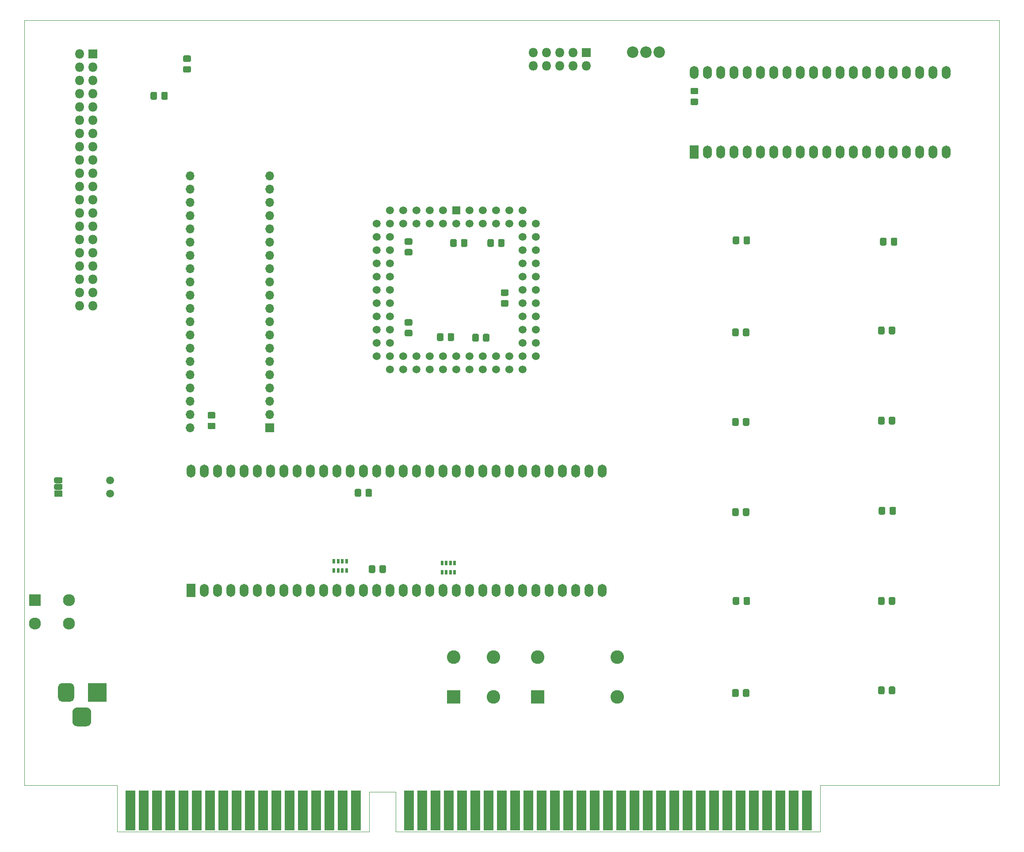
<source format=gbr>
%TF.GenerationSoftware,KiCad,Pcbnew,5.1.6-c6e7f7d~86~ubuntu18.04.1*%
%TF.CreationDate,2021-01-31T21:38:44+08:00*%
%TF.ProjectId,68k_dev,36386b5f-6465-4762-9e6b-696361645f70,rev?*%
%TF.SameCoordinates,Original*%
%TF.FileFunction,Soldermask,Bot*%
%TF.FilePolarity,Negative*%
%FSLAX46Y46*%
G04 Gerber Fmt 4.6, Leading zero omitted, Abs format (unit mm)*
G04 Created by KiCad (PCBNEW 5.1.6-c6e7f7d~86~ubuntu18.04.1) date 2021-01-31 21:38:44*
%MOMM*%
%LPD*%
G01*
G04 APERTURE LIST*
%TA.AperFunction,Profile*%
%ADD10C,0.050000*%
%TD*%
%ADD11O,1.700000X2.500000*%
%ADD12R,1.700000X2.500000*%
%ADD13C,2.300000*%
%ADD14R,2.300000X2.300000*%
%ADD15R,0.600000X0.900000*%
%ADD16R,0.500000X0.900000*%
%ADD17C,2.200000*%
%ADD18R,1.880000X7.720000*%
%ADD19R,3.600000X3.600000*%
%ADD20C,1.500000*%
%ADD21R,1.700000X1.700000*%
%ADD22O,1.700000X1.700000*%
%ADD23R,2.600000X2.600000*%
%ADD24C,2.600000*%
%ADD25R,1.600000X1.150000*%
%ADD26C,1.522400*%
%ADD27R,1.522400X1.522400*%
%ADD28R,1.800000X1.800000*%
%ADD29O,1.800000X1.800000*%
G04 APERTURE END LIST*
D10*
X34163000Y-159512000D02*
X16383000Y-159512000D01*
X34163000Y-168402000D02*
X34163000Y-159512000D01*
X82423000Y-168402000D02*
X34163000Y-168402000D01*
X82423000Y-160782000D02*
X82423000Y-168402000D01*
X87503000Y-160782000D02*
X82423000Y-160782000D01*
X87503000Y-168402000D02*
X87503000Y-160782000D01*
X168783000Y-168402000D02*
X87503000Y-168402000D01*
X168783000Y-159512000D02*
X168783000Y-168402000D01*
X170053000Y-159512000D02*
X168783000Y-159512000D01*
X16383000Y-13000000D02*
X16383000Y-159512000D01*
X203073000Y-13000000D02*
X16383000Y-13000000D01*
X203073000Y-159512000D02*
X203073000Y-13000000D01*
X170053000Y-159512000D02*
X203073000Y-159512000D01*
D11*
%TO.C,U1*%
X48260000Y-99314000D03*
X127000000Y-122174000D03*
X50800000Y-99314000D03*
X124460000Y-122174000D03*
X53340000Y-99314000D03*
X121920000Y-122174000D03*
X55880000Y-99314000D03*
X119380000Y-122174000D03*
X58420000Y-99314000D03*
X116840000Y-122174000D03*
X60960000Y-99314000D03*
X114300000Y-122174000D03*
X63500000Y-99314000D03*
X111760000Y-122174000D03*
X66040000Y-99314000D03*
X109220000Y-122174000D03*
X68580000Y-99314000D03*
X106680000Y-122174000D03*
X71120000Y-99314000D03*
X104140000Y-122174000D03*
X73660000Y-99314000D03*
X101600000Y-122174000D03*
X76200000Y-99314000D03*
X99060000Y-122174000D03*
X78740000Y-99314000D03*
X96520000Y-122174000D03*
X81280000Y-99314000D03*
X93980000Y-122174000D03*
X83820000Y-99314000D03*
X91440000Y-122174000D03*
X86360000Y-99314000D03*
X88900000Y-122174000D03*
X88900000Y-99314000D03*
X86360000Y-122174000D03*
X91440000Y-99314000D03*
X83820000Y-122174000D03*
X93980000Y-99314000D03*
X81280000Y-122174000D03*
X96520000Y-99314000D03*
X78740000Y-122174000D03*
X99060000Y-99314000D03*
X76200000Y-122174000D03*
X101600000Y-99314000D03*
X73660000Y-122174000D03*
X104140000Y-99314000D03*
X71120000Y-122174000D03*
X106680000Y-99314000D03*
X68580000Y-122174000D03*
X109220000Y-99314000D03*
X66040000Y-122174000D03*
X111760000Y-99314000D03*
X63500000Y-122174000D03*
X114300000Y-99314000D03*
X60960000Y-122174000D03*
X116840000Y-99314000D03*
X58420000Y-122174000D03*
X119380000Y-99314000D03*
X55880000Y-122174000D03*
X121920000Y-99314000D03*
X53340000Y-122174000D03*
X124460000Y-99314000D03*
X50800000Y-122174000D03*
X127000000Y-99314000D03*
D12*
X48260000Y-122174000D03*
%TD*%
%TO.C,C27*%
G36*
G01*
X181883000Y-72868262D02*
X181883000Y-71911738D01*
G75*
G02*
X182154738Y-71640000I271738J0D01*
G01*
X182861262Y-71640000D01*
G75*
G02*
X183133000Y-71911738I0J-271738D01*
G01*
X183133000Y-72868262D01*
G75*
G02*
X182861262Y-73140000I-271738J0D01*
G01*
X182154738Y-73140000D01*
G75*
G02*
X181883000Y-72868262I0J271738D01*
G01*
G37*
G36*
G01*
X179833000Y-72868262D02*
X179833000Y-71911738D01*
G75*
G02*
X180104738Y-71640000I271738J0D01*
G01*
X180811262Y-71640000D01*
G75*
G02*
X181083000Y-71911738I0J-271738D01*
G01*
X181083000Y-72868262D01*
G75*
G02*
X180811262Y-73140000I-271738J0D01*
G01*
X180104738Y-73140000D01*
G75*
G02*
X179833000Y-72868262I0J271738D01*
G01*
G37*
%TD*%
%TO.C,C26*%
G36*
G01*
X154070000Y-55596262D02*
X154070000Y-54639738D01*
G75*
G02*
X154341738Y-54368000I271738J0D01*
G01*
X155048262Y-54368000D01*
G75*
G02*
X155320000Y-54639738I0J-271738D01*
G01*
X155320000Y-55596262D01*
G75*
G02*
X155048262Y-55868000I-271738J0D01*
G01*
X154341738Y-55868000D01*
G75*
G02*
X154070000Y-55596262I0J271738D01*
G01*
G37*
G36*
G01*
X152020000Y-55596262D02*
X152020000Y-54639738D01*
G75*
G02*
X152291738Y-54368000I271738J0D01*
G01*
X152998262Y-54368000D01*
G75*
G02*
X153270000Y-54639738I0J-271738D01*
G01*
X153270000Y-55596262D01*
G75*
G02*
X152998262Y-55868000I-271738J0D01*
G01*
X152291738Y-55868000D01*
G75*
G02*
X152020000Y-55596262I0J271738D01*
G01*
G37*
%TD*%
%TO.C,C25*%
G36*
G01*
X153943000Y-90394262D02*
X153943000Y-89437738D01*
G75*
G02*
X154214738Y-89166000I271738J0D01*
G01*
X154921262Y-89166000D01*
G75*
G02*
X155193000Y-89437738I0J-271738D01*
G01*
X155193000Y-90394262D01*
G75*
G02*
X154921262Y-90666000I-271738J0D01*
G01*
X154214738Y-90666000D01*
G75*
G02*
X153943000Y-90394262I0J271738D01*
G01*
G37*
G36*
G01*
X151893000Y-90394262D02*
X151893000Y-89437738D01*
G75*
G02*
X152164738Y-89166000I271738J0D01*
G01*
X152871262Y-89166000D01*
G75*
G02*
X153143000Y-89437738I0J-271738D01*
G01*
X153143000Y-90394262D01*
G75*
G02*
X152871262Y-90666000I-271738J0D01*
G01*
X152164738Y-90666000D01*
G75*
G02*
X151893000Y-90394262I0J271738D01*
G01*
G37*
%TD*%
%TO.C,C24*%
G36*
G01*
X153943000Y-73249262D02*
X153943000Y-72292738D01*
G75*
G02*
X154214738Y-72021000I271738J0D01*
G01*
X154921262Y-72021000D01*
G75*
G02*
X155193000Y-72292738I0J-271738D01*
G01*
X155193000Y-73249262D01*
G75*
G02*
X154921262Y-73521000I-271738J0D01*
G01*
X154214738Y-73521000D01*
G75*
G02*
X153943000Y-73249262I0J271738D01*
G01*
G37*
G36*
G01*
X151893000Y-73249262D02*
X151893000Y-72292738D01*
G75*
G02*
X152164738Y-72021000I271738J0D01*
G01*
X152871262Y-72021000D01*
G75*
G02*
X153143000Y-72292738I0J-271738D01*
G01*
X153143000Y-73249262D01*
G75*
G02*
X152871262Y-73521000I-271738J0D01*
G01*
X152164738Y-73521000D01*
G75*
G02*
X151893000Y-73249262I0J271738D01*
G01*
G37*
%TD*%
D13*
%TO.C,S1*%
X18415000Y-128579000D03*
X24915000Y-128579000D03*
X24915000Y-124079000D03*
D14*
X18415000Y-124079000D03*
%TD*%
D15*
%TO.C,RN8*%
X75635000Y-116575000D03*
D16*
X76435000Y-116575000D03*
D15*
X78035000Y-116575000D03*
D16*
X77235000Y-116575000D03*
D15*
X75635000Y-118375000D03*
D16*
X77235000Y-118375000D03*
X76435000Y-118375000D03*
D15*
X78035000Y-118375000D03*
%TD*%
%TO.C,C23*%
G36*
G01*
X42564000Y-27910262D02*
X42564000Y-26953738D01*
G75*
G02*
X42835738Y-26682000I271738J0D01*
G01*
X43542262Y-26682000D01*
G75*
G02*
X43814000Y-26953738I0J-271738D01*
G01*
X43814000Y-27910262D01*
G75*
G02*
X43542262Y-28182000I-271738J0D01*
G01*
X42835738Y-28182000D01*
G75*
G02*
X42564000Y-27910262I0J271738D01*
G01*
G37*
G36*
G01*
X40514000Y-27910262D02*
X40514000Y-26953738D01*
G75*
G02*
X40785738Y-26682000I271738J0D01*
G01*
X41492262Y-26682000D01*
G75*
G02*
X41764000Y-26953738I0J-271738D01*
G01*
X41764000Y-27910262D01*
G75*
G02*
X41492262Y-28182000I-271738J0D01*
G01*
X40785738Y-28182000D01*
G75*
G02*
X40514000Y-27910262I0J271738D01*
G01*
G37*
%TD*%
%TO.C,C22*%
G36*
G01*
X52675262Y-89262000D02*
X51718738Y-89262000D01*
G75*
G02*
X51447000Y-88990262I0J271738D01*
G01*
X51447000Y-88283738D01*
G75*
G02*
X51718738Y-88012000I271738J0D01*
G01*
X52675262Y-88012000D01*
G75*
G02*
X52947000Y-88283738I0J-271738D01*
G01*
X52947000Y-88990262D01*
G75*
G02*
X52675262Y-89262000I-271738J0D01*
G01*
G37*
G36*
G01*
X52675262Y-91312000D02*
X51718738Y-91312000D01*
G75*
G02*
X51447000Y-91040262I0J271738D01*
G01*
X51447000Y-90333738D01*
G75*
G02*
X51718738Y-90062000I271738J0D01*
G01*
X52675262Y-90062000D01*
G75*
G02*
X52947000Y-90333738I0J-271738D01*
G01*
X52947000Y-91040262D01*
G75*
G02*
X52675262Y-91312000I-271738J0D01*
G01*
G37*
%TD*%
%TO.C,C21*%
G36*
G01*
X182010000Y-107412262D02*
X182010000Y-106455738D01*
G75*
G02*
X182281738Y-106184000I271738J0D01*
G01*
X182988262Y-106184000D01*
G75*
G02*
X183260000Y-106455738I0J-271738D01*
G01*
X183260000Y-107412262D01*
G75*
G02*
X182988262Y-107684000I-271738J0D01*
G01*
X182281738Y-107684000D01*
G75*
G02*
X182010000Y-107412262I0J271738D01*
G01*
G37*
G36*
G01*
X179960000Y-107412262D02*
X179960000Y-106455738D01*
G75*
G02*
X180231738Y-106184000I271738J0D01*
G01*
X180938262Y-106184000D01*
G75*
G02*
X181210000Y-106455738I0J-271738D01*
G01*
X181210000Y-107412262D01*
G75*
G02*
X180938262Y-107684000I-271738J0D01*
G01*
X180231738Y-107684000D01*
G75*
G02*
X179960000Y-107412262I0J271738D01*
G01*
G37*
%TD*%
%TO.C,C20*%
G36*
G01*
X153943000Y-107666262D02*
X153943000Y-106709738D01*
G75*
G02*
X154214738Y-106438000I271738J0D01*
G01*
X154921262Y-106438000D01*
G75*
G02*
X155193000Y-106709738I0J-271738D01*
G01*
X155193000Y-107666262D01*
G75*
G02*
X154921262Y-107938000I-271738J0D01*
G01*
X154214738Y-107938000D01*
G75*
G02*
X153943000Y-107666262I0J271738D01*
G01*
G37*
G36*
G01*
X151893000Y-107666262D02*
X151893000Y-106709738D01*
G75*
G02*
X152164738Y-106438000I271738J0D01*
G01*
X152871262Y-106438000D01*
G75*
G02*
X153143000Y-106709738I0J-271738D01*
G01*
X153143000Y-107666262D01*
G75*
G02*
X152871262Y-107938000I-271738J0D01*
G01*
X152164738Y-107938000D01*
G75*
G02*
X151893000Y-107666262I0J271738D01*
G01*
G37*
%TD*%
%TO.C,C19*%
G36*
G01*
X181883000Y-124684262D02*
X181883000Y-123727738D01*
G75*
G02*
X182154738Y-123456000I271738J0D01*
G01*
X182861262Y-123456000D01*
G75*
G02*
X183133000Y-123727738I0J-271738D01*
G01*
X183133000Y-124684262D01*
G75*
G02*
X182861262Y-124956000I-271738J0D01*
G01*
X182154738Y-124956000D01*
G75*
G02*
X181883000Y-124684262I0J271738D01*
G01*
G37*
G36*
G01*
X179833000Y-124684262D02*
X179833000Y-123727738D01*
G75*
G02*
X180104738Y-123456000I271738J0D01*
G01*
X180811262Y-123456000D01*
G75*
G02*
X181083000Y-123727738I0J-271738D01*
G01*
X181083000Y-124684262D01*
G75*
G02*
X180811262Y-124956000I-271738J0D01*
G01*
X180104738Y-124956000D01*
G75*
G02*
X179833000Y-124684262I0J271738D01*
G01*
G37*
%TD*%
%TO.C,C18*%
G36*
G01*
X154070000Y-124684262D02*
X154070000Y-123727738D01*
G75*
G02*
X154341738Y-123456000I271738J0D01*
G01*
X155048262Y-123456000D01*
G75*
G02*
X155320000Y-123727738I0J-271738D01*
G01*
X155320000Y-124684262D01*
G75*
G02*
X155048262Y-124956000I-271738J0D01*
G01*
X154341738Y-124956000D01*
G75*
G02*
X154070000Y-124684262I0J271738D01*
G01*
G37*
G36*
G01*
X152020000Y-124684262D02*
X152020000Y-123727738D01*
G75*
G02*
X152291738Y-123456000I271738J0D01*
G01*
X152998262Y-123456000D01*
G75*
G02*
X153270000Y-123727738I0J-271738D01*
G01*
X153270000Y-124684262D01*
G75*
G02*
X152998262Y-124956000I-271738J0D01*
G01*
X152291738Y-124956000D01*
G75*
G02*
X152020000Y-124684262I0J271738D01*
G01*
G37*
%TD*%
%TO.C,C17*%
G36*
G01*
X181883000Y-141829262D02*
X181883000Y-140872738D01*
G75*
G02*
X182154738Y-140601000I271738J0D01*
G01*
X182861262Y-140601000D01*
G75*
G02*
X183133000Y-140872738I0J-271738D01*
G01*
X183133000Y-141829262D01*
G75*
G02*
X182861262Y-142101000I-271738J0D01*
G01*
X182154738Y-142101000D01*
G75*
G02*
X181883000Y-141829262I0J271738D01*
G01*
G37*
G36*
G01*
X179833000Y-141829262D02*
X179833000Y-140872738D01*
G75*
G02*
X180104738Y-140601000I271738J0D01*
G01*
X180811262Y-140601000D01*
G75*
G02*
X181083000Y-140872738I0J-271738D01*
G01*
X181083000Y-141829262D01*
G75*
G02*
X180811262Y-142101000I-271738J0D01*
G01*
X180104738Y-142101000D01*
G75*
G02*
X179833000Y-141829262I0J271738D01*
G01*
G37*
%TD*%
%TO.C,C16*%
G36*
G01*
X153934000Y-142337262D02*
X153934000Y-141380738D01*
G75*
G02*
X154205738Y-141109000I271738J0D01*
G01*
X154912262Y-141109000D01*
G75*
G02*
X155184000Y-141380738I0J-271738D01*
G01*
X155184000Y-142337262D01*
G75*
G02*
X154912262Y-142609000I-271738J0D01*
G01*
X154205738Y-142609000D01*
G75*
G02*
X153934000Y-142337262I0J271738D01*
G01*
G37*
G36*
G01*
X151884000Y-142337262D02*
X151884000Y-141380738D01*
G75*
G02*
X152155738Y-141109000I271738J0D01*
G01*
X152862262Y-141109000D01*
G75*
G02*
X153134000Y-141380738I0J-271738D01*
G01*
X153134000Y-142337262D01*
G75*
G02*
X152862262Y-142609000I-271738J0D01*
G01*
X152155738Y-142609000D01*
G75*
G02*
X151884000Y-142337262I0J271738D01*
G01*
G37*
%TD*%
%TO.C,C15*%
G36*
G01*
X181883000Y-90140262D02*
X181883000Y-89183738D01*
G75*
G02*
X182154738Y-88912000I271738J0D01*
G01*
X182861262Y-88912000D01*
G75*
G02*
X183133000Y-89183738I0J-271738D01*
G01*
X183133000Y-90140262D01*
G75*
G02*
X182861262Y-90412000I-271738J0D01*
G01*
X182154738Y-90412000D01*
G75*
G02*
X181883000Y-90140262I0J271738D01*
G01*
G37*
G36*
G01*
X179833000Y-90140262D02*
X179833000Y-89183738D01*
G75*
G02*
X180104738Y-88912000I271738J0D01*
G01*
X180811262Y-88912000D01*
G75*
G02*
X181083000Y-89183738I0J-271738D01*
G01*
X181083000Y-90140262D01*
G75*
G02*
X180811262Y-90412000I-271738J0D01*
G01*
X180104738Y-90412000D01*
G75*
G02*
X179833000Y-90140262I0J271738D01*
G01*
G37*
%TD*%
%TO.C,C14*%
G36*
G01*
X181464000Y-54893738D02*
X181464000Y-55850262D01*
G75*
G02*
X181192262Y-56122000I-271738J0D01*
G01*
X180485738Y-56122000D01*
G75*
G02*
X180214000Y-55850262I0J271738D01*
G01*
X180214000Y-54893738D01*
G75*
G02*
X180485738Y-54622000I271738J0D01*
G01*
X181192262Y-54622000D01*
G75*
G02*
X181464000Y-54893738I0J-271738D01*
G01*
G37*
G36*
G01*
X183514000Y-54893738D02*
X183514000Y-55850262D01*
G75*
G02*
X183242262Y-56122000I-271738J0D01*
G01*
X182535738Y-56122000D01*
G75*
G02*
X182264000Y-55850262I0J271738D01*
G01*
X182264000Y-54893738D01*
G75*
G02*
X182535738Y-54622000I271738J0D01*
G01*
X183242262Y-54622000D01*
G75*
G02*
X183514000Y-54893738I0J-271738D01*
G01*
G37*
%TD*%
%TO.C,C11*%
G36*
G01*
X47019738Y-21736000D02*
X47976262Y-21736000D01*
G75*
G02*
X48248000Y-22007738I0J-271738D01*
G01*
X48248000Y-22714262D01*
G75*
G02*
X47976262Y-22986000I-271738J0D01*
G01*
X47019738Y-22986000D01*
G75*
G02*
X46748000Y-22714262I0J271738D01*
G01*
X46748000Y-22007738D01*
G75*
G02*
X47019738Y-21736000I271738J0D01*
G01*
G37*
G36*
G01*
X47019738Y-19686000D02*
X47976262Y-19686000D01*
G75*
G02*
X48248000Y-19957738I0J-271738D01*
G01*
X48248000Y-20664262D01*
G75*
G02*
X47976262Y-20936000I-271738J0D01*
G01*
X47019738Y-20936000D01*
G75*
G02*
X46748000Y-20664262I0J271738D01*
G01*
X46748000Y-19957738D01*
G75*
G02*
X47019738Y-19686000I271738J0D01*
G01*
G37*
%TD*%
%TO.C,C10*%
G36*
G01*
X97419000Y-74138262D02*
X97419000Y-73181738D01*
G75*
G02*
X97690738Y-72910000I271738J0D01*
G01*
X98397262Y-72910000D01*
G75*
G02*
X98669000Y-73181738I0J-271738D01*
G01*
X98669000Y-74138262D01*
G75*
G02*
X98397262Y-74410000I-271738J0D01*
G01*
X97690738Y-74410000D01*
G75*
G02*
X97419000Y-74138262I0J271738D01*
G01*
G37*
G36*
G01*
X95369000Y-74138262D02*
X95369000Y-73181738D01*
G75*
G02*
X95640738Y-72910000I271738J0D01*
G01*
X96347262Y-72910000D01*
G75*
G02*
X96619000Y-73181738I0J-271738D01*
G01*
X96619000Y-74138262D01*
G75*
G02*
X96347262Y-74410000I-271738J0D01*
G01*
X95640738Y-74410000D01*
G75*
G02*
X95369000Y-74138262I0J271738D01*
G01*
G37*
%TD*%
%TO.C,C9*%
G36*
G01*
X89437738Y-56779000D02*
X90394262Y-56779000D01*
G75*
G02*
X90666000Y-57050738I0J-271738D01*
G01*
X90666000Y-57757262D01*
G75*
G02*
X90394262Y-58029000I-271738J0D01*
G01*
X89437738Y-58029000D01*
G75*
G02*
X89166000Y-57757262I0J271738D01*
G01*
X89166000Y-57050738D01*
G75*
G02*
X89437738Y-56779000I271738J0D01*
G01*
G37*
G36*
G01*
X89437738Y-54729000D02*
X90394262Y-54729000D01*
G75*
G02*
X90666000Y-55000738I0J-271738D01*
G01*
X90666000Y-55707262D01*
G75*
G02*
X90394262Y-55979000I-271738J0D01*
G01*
X89437738Y-55979000D01*
G75*
G02*
X89166000Y-55707262I0J271738D01*
G01*
X89166000Y-55000738D01*
G75*
G02*
X89437738Y-54729000I271738J0D01*
G01*
G37*
%TD*%
%TO.C,C8*%
G36*
G01*
X107071000Y-56104262D02*
X107071000Y-55147738D01*
G75*
G02*
X107342738Y-54876000I271738J0D01*
G01*
X108049262Y-54876000D01*
G75*
G02*
X108321000Y-55147738I0J-271738D01*
G01*
X108321000Y-56104262D01*
G75*
G02*
X108049262Y-56376000I-271738J0D01*
G01*
X107342738Y-56376000D01*
G75*
G02*
X107071000Y-56104262I0J271738D01*
G01*
G37*
G36*
G01*
X105021000Y-56104262D02*
X105021000Y-55147738D01*
G75*
G02*
X105292738Y-54876000I271738J0D01*
G01*
X105999262Y-54876000D01*
G75*
G02*
X106271000Y-55147738I0J-271738D01*
G01*
X106271000Y-56104262D01*
G75*
G02*
X105999262Y-56376000I-271738J0D01*
G01*
X105292738Y-56376000D01*
G75*
G02*
X105021000Y-56104262I0J271738D01*
G01*
G37*
%TD*%
%TO.C,C7*%
G36*
G01*
X108809262Y-65767000D02*
X107852738Y-65767000D01*
G75*
G02*
X107581000Y-65495262I0J271738D01*
G01*
X107581000Y-64788738D01*
G75*
G02*
X107852738Y-64517000I271738J0D01*
G01*
X108809262Y-64517000D01*
G75*
G02*
X109081000Y-64788738I0J-271738D01*
G01*
X109081000Y-65495262D01*
G75*
G02*
X108809262Y-65767000I-271738J0D01*
G01*
G37*
G36*
G01*
X108809262Y-67817000D02*
X107852738Y-67817000D01*
G75*
G02*
X107581000Y-67545262I0J271738D01*
G01*
X107581000Y-66838738D01*
G75*
G02*
X107852738Y-66567000I271738J0D01*
G01*
X108809262Y-66567000D01*
G75*
G02*
X109081000Y-66838738I0J-271738D01*
G01*
X109081000Y-67545262D01*
G75*
G02*
X108809262Y-67817000I-271738J0D01*
G01*
G37*
%TD*%
%TO.C,C6*%
G36*
G01*
X99959000Y-56104262D02*
X99959000Y-55147738D01*
G75*
G02*
X100230738Y-54876000I271738J0D01*
G01*
X100937262Y-54876000D01*
G75*
G02*
X101209000Y-55147738I0J-271738D01*
G01*
X101209000Y-56104262D01*
G75*
G02*
X100937262Y-56376000I-271738J0D01*
G01*
X100230738Y-56376000D01*
G75*
G02*
X99959000Y-56104262I0J271738D01*
G01*
G37*
G36*
G01*
X97909000Y-56104262D02*
X97909000Y-55147738D01*
G75*
G02*
X98180738Y-54876000I271738J0D01*
G01*
X98887262Y-54876000D01*
G75*
G02*
X99159000Y-55147738I0J-271738D01*
G01*
X99159000Y-56104262D01*
G75*
G02*
X98887262Y-56376000I-271738J0D01*
G01*
X98180738Y-56376000D01*
G75*
G02*
X97909000Y-56104262I0J271738D01*
G01*
G37*
%TD*%
%TO.C,C5*%
G36*
G01*
X89437738Y-72273000D02*
X90394262Y-72273000D01*
G75*
G02*
X90666000Y-72544738I0J-271738D01*
G01*
X90666000Y-73251262D01*
G75*
G02*
X90394262Y-73523000I-271738J0D01*
G01*
X89437738Y-73523000D01*
G75*
G02*
X89166000Y-73251262I0J271738D01*
G01*
X89166000Y-72544738D01*
G75*
G02*
X89437738Y-72273000I271738J0D01*
G01*
G37*
G36*
G01*
X89437738Y-70223000D02*
X90394262Y-70223000D01*
G75*
G02*
X90666000Y-70494738I0J-271738D01*
G01*
X90666000Y-71201262D01*
G75*
G02*
X90394262Y-71473000I-271738J0D01*
G01*
X89437738Y-71473000D01*
G75*
G02*
X89166000Y-71201262I0J271738D01*
G01*
X89166000Y-70494738D01*
G75*
G02*
X89437738Y-70223000I271738J0D01*
G01*
G37*
%TD*%
%TO.C,C4*%
G36*
G01*
X104168000Y-74265262D02*
X104168000Y-73308738D01*
G75*
G02*
X104439738Y-73037000I271738J0D01*
G01*
X105146262Y-73037000D01*
G75*
G02*
X105418000Y-73308738I0J-271738D01*
G01*
X105418000Y-74265262D01*
G75*
G02*
X105146262Y-74537000I-271738J0D01*
G01*
X104439738Y-74537000D01*
G75*
G02*
X104168000Y-74265262I0J271738D01*
G01*
G37*
G36*
G01*
X102118000Y-74265262D02*
X102118000Y-73308738D01*
G75*
G02*
X102389738Y-73037000I271738J0D01*
G01*
X103096262Y-73037000D01*
G75*
G02*
X103368000Y-73308738I0J-271738D01*
G01*
X103368000Y-74265262D01*
G75*
G02*
X103096262Y-74537000I-271738J0D01*
G01*
X102389738Y-74537000D01*
G75*
G02*
X102118000Y-74265262I0J271738D01*
G01*
G37*
%TD*%
%TO.C,C3*%
G36*
G01*
X144174738Y-27950000D02*
X145131262Y-27950000D01*
G75*
G02*
X145403000Y-28221738I0J-271738D01*
G01*
X145403000Y-28928262D01*
G75*
G02*
X145131262Y-29200000I-271738J0D01*
G01*
X144174738Y-29200000D01*
G75*
G02*
X143903000Y-28928262I0J271738D01*
G01*
X143903000Y-28221738D01*
G75*
G02*
X144174738Y-27950000I271738J0D01*
G01*
G37*
G36*
G01*
X144174738Y-25900000D02*
X145131262Y-25900000D01*
G75*
G02*
X145403000Y-26171738I0J-271738D01*
G01*
X145403000Y-26878262D01*
G75*
G02*
X145131262Y-27150000I-271738J0D01*
G01*
X144174738Y-27150000D01*
G75*
G02*
X143903000Y-26878262I0J271738D01*
G01*
X143903000Y-26171738D01*
G75*
G02*
X144174738Y-25900000I271738J0D01*
G01*
G37*
%TD*%
%TO.C,C2*%
G36*
G01*
X84347000Y-118588262D02*
X84347000Y-117631738D01*
G75*
G02*
X84618738Y-117360000I271738J0D01*
G01*
X85325262Y-117360000D01*
G75*
G02*
X85597000Y-117631738I0J-271738D01*
G01*
X85597000Y-118588262D01*
G75*
G02*
X85325262Y-118860000I-271738J0D01*
G01*
X84618738Y-118860000D01*
G75*
G02*
X84347000Y-118588262I0J271738D01*
G01*
G37*
G36*
G01*
X82297000Y-118588262D02*
X82297000Y-117631738D01*
G75*
G02*
X82568738Y-117360000I271738J0D01*
G01*
X83275262Y-117360000D01*
G75*
G02*
X83547000Y-117631738I0J-271738D01*
G01*
X83547000Y-118588262D01*
G75*
G02*
X83275262Y-118860000I-271738J0D01*
G01*
X82568738Y-118860000D01*
G75*
G02*
X82297000Y-118588262I0J271738D01*
G01*
G37*
%TD*%
%TO.C,C1*%
G36*
G01*
X80871000Y-103026738D02*
X80871000Y-103983262D01*
G75*
G02*
X80599262Y-104255000I-271738J0D01*
G01*
X79892738Y-104255000D01*
G75*
G02*
X79621000Y-103983262I0J271738D01*
G01*
X79621000Y-103026738D01*
G75*
G02*
X79892738Y-102755000I271738J0D01*
G01*
X80599262Y-102755000D01*
G75*
G02*
X80871000Y-103026738I0J-271738D01*
G01*
G37*
G36*
G01*
X82921000Y-103026738D02*
X82921000Y-103983262D01*
G75*
G02*
X82649262Y-104255000I-271738J0D01*
G01*
X81942738Y-104255000D01*
G75*
G02*
X81671000Y-103983262I0J271738D01*
G01*
X81671000Y-103026738D01*
G75*
G02*
X81942738Y-102755000I271738J0D01*
G01*
X82649262Y-102755000D01*
G75*
G02*
X82921000Y-103026738I0J-271738D01*
G01*
G37*
%TD*%
D17*
%TO.C,J1*%
X137922000Y-19050000D03*
X135382000Y-19050000D03*
X132842000Y-19050000D03*
%TD*%
D18*
%TO.C,J2*%
X166243000Y-164338000D03*
X163703000Y-164338000D03*
X161163000Y-164338000D03*
X158623000Y-164338000D03*
X156083000Y-164338000D03*
X153543000Y-164338000D03*
X151003000Y-164338000D03*
X148463000Y-164338000D03*
X145923000Y-164338000D03*
X143383000Y-164338000D03*
X140843000Y-164338000D03*
X138303000Y-164338000D03*
X135763000Y-164338000D03*
X133223000Y-164338000D03*
X130683000Y-164338000D03*
X128143000Y-164338000D03*
X125603000Y-164338000D03*
X123063000Y-164338000D03*
X120523000Y-164338000D03*
X117983000Y-164338000D03*
X115443000Y-164338000D03*
X112903000Y-164338000D03*
X110363000Y-164338000D03*
X107823000Y-164338000D03*
X105283000Y-164338000D03*
X102743000Y-164338000D03*
X100203000Y-164338000D03*
X97663000Y-164338000D03*
X95123000Y-164338000D03*
X92583000Y-164338000D03*
X90043000Y-164338000D03*
X79883000Y-164338000D03*
X77343000Y-164338000D03*
X74803000Y-164338000D03*
X72263000Y-164338000D03*
X69723000Y-164338000D03*
X67183000Y-164338000D03*
X64643000Y-164338000D03*
X62103000Y-164338000D03*
X59563000Y-164338000D03*
X57023000Y-164338000D03*
X54483000Y-164338000D03*
X51943000Y-164338000D03*
X49403000Y-164338000D03*
X46863000Y-164338000D03*
X44323000Y-164338000D03*
X41783000Y-164338000D03*
X39243000Y-164338000D03*
X36703000Y-164338000D03*
%TD*%
D19*
%TO.C,J5*%
X30353000Y-141732000D03*
G36*
G01*
X22803000Y-142757000D02*
X22803000Y-140707000D01*
G75*
G02*
X23578000Y-139932000I775000J0D01*
G01*
X25128000Y-139932000D01*
G75*
G02*
X25903000Y-140707000I0J-775000D01*
G01*
X25903000Y-142757000D01*
G75*
G02*
X25128000Y-143532000I-775000J0D01*
G01*
X23578000Y-143532000D01*
G75*
G02*
X22803000Y-142757000I0J775000D01*
G01*
G37*
G36*
G01*
X25553000Y-147332000D02*
X25553000Y-145532000D01*
G75*
G02*
X26453000Y-144632000I900000J0D01*
G01*
X28253000Y-144632000D01*
G75*
G02*
X29153000Y-145532000I0J-900000D01*
G01*
X29153000Y-147332000D01*
G75*
G02*
X28253000Y-148232000I-900000J0D01*
G01*
X26453000Y-148232000D01*
G75*
G02*
X25553000Y-147332000I0J900000D01*
G01*
G37*
%TD*%
D20*
%TO.C,JP1*%
X32766000Y-101092000D03*
X32766000Y-103632000D03*
%TD*%
D15*
%TO.C,RN2*%
X96336000Y-116956000D03*
D16*
X97136000Y-116956000D03*
D15*
X98736000Y-116956000D03*
D16*
X97936000Y-116956000D03*
D15*
X96336000Y-118756000D03*
D16*
X97936000Y-118756000D03*
X97136000Y-118756000D03*
D15*
X98736000Y-118756000D03*
%TD*%
D21*
%TO.C,U14*%
X63373000Y-91059000D03*
D22*
X48133000Y-42799000D03*
X63373000Y-88519000D03*
X48133000Y-45339000D03*
X63373000Y-85979000D03*
X48133000Y-47879000D03*
X63373000Y-83439000D03*
X48133000Y-50419000D03*
X63373000Y-80899000D03*
X48133000Y-52959000D03*
X63373000Y-78359000D03*
X48133000Y-55499000D03*
X63373000Y-75819000D03*
X48133000Y-58039000D03*
X63373000Y-73279000D03*
X48133000Y-60579000D03*
X63373000Y-70739000D03*
X48133000Y-63119000D03*
X63373000Y-68199000D03*
X48133000Y-65659000D03*
X63373000Y-65659000D03*
X48133000Y-68199000D03*
X63373000Y-63119000D03*
X48133000Y-70739000D03*
X63373000Y-60579000D03*
X48133000Y-73279000D03*
X63373000Y-58039000D03*
X48133000Y-75819000D03*
X63373000Y-55499000D03*
X48133000Y-78359000D03*
X63373000Y-52959000D03*
X48133000Y-80899000D03*
X63373000Y-50419000D03*
X48133000Y-83439000D03*
X63373000Y-47879000D03*
X48133000Y-85979000D03*
X63373000Y-45339000D03*
X48133000Y-88519000D03*
X63373000Y-42799000D03*
X48133000Y-91059000D03*
%TD*%
D23*
%TO.C,X1*%
X98552000Y-142621000D03*
D24*
X98552000Y-135001000D03*
X106172000Y-135001000D03*
X106172000Y-142621000D03*
%TD*%
D23*
%TO.C,X2*%
X114681000Y-142621000D03*
D24*
X114681000Y-135001000D03*
X129921000Y-135001000D03*
X129921000Y-142621000D03*
%TD*%
%TO.C,IC1*%
G36*
G01*
X23372500Y-102937000D02*
X22347500Y-102937000D01*
G75*
G02*
X22060000Y-102649500I0J287500D01*
G01*
X22060000Y-102074500D01*
G75*
G02*
X22347500Y-101787000I287500J0D01*
G01*
X23372500Y-101787000D01*
G75*
G02*
X23660000Y-102074500I0J-287500D01*
G01*
X23660000Y-102649500D01*
G75*
G02*
X23372500Y-102937000I-287500J0D01*
G01*
G37*
G36*
G01*
X23372500Y-101667000D02*
X22347500Y-101667000D01*
G75*
G02*
X22060000Y-101379500I0J287500D01*
G01*
X22060000Y-100804500D01*
G75*
G02*
X22347500Y-100517000I287500J0D01*
G01*
X23372500Y-100517000D01*
G75*
G02*
X23660000Y-100804500I0J-287500D01*
G01*
X23660000Y-101379500D01*
G75*
G02*
X23372500Y-101667000I-287500J0D01*
G01*
G37*
D25*
X22860000Y-103632000D03*
%TD*%
D26*
%TO.C,U3*%
X99060000Y-51943000D03*
X96520000Y-51943000D03*
X93980000Y-51943000D03*
X91440000Y-51943000D03*
X88900000Y-51943000D03*
X101600000Y-51943000D03*
X104140000Y-51943000D03*
X106680000Y-51943000D03*
X109220000Y-51943000D03*
X111760000Y-51943000D03*
X114300000Y-51943000D03*
D27*
X99060000Y-49403000D03*
D26*
X96520000Y-49403000D03*
X93980000Y-49403000D03*
X91440000Y-49403000D03*
X88900000Y-49403000D03*
X86360000Y-49403000D03*
X101600000Y-49403000D03*
X104140000Y-49403000D03*
X106680000Y-49403000D03*
X109220000Y-49403000D03*
X111760000Y-49403000D03*
X86360000Y-51943000D03*
X86360000Y-54483000D03*
X86360000Y-57023000D03*
X86360000Y-59563000D03*
X86360000Y-62103000D03*
X86360000Y-64643000D03*
X86360000Y-67183000D03*
X86360000Y-69723000D03*
X86360000Y-72263000D03*
X86360000Y-74803000D03*
X83820000Y-51943000D03*
X83820000Y-54483000D03*
X83820000Y-57023000D03*
X83820000Y-59563000D03*
X83820000Y-62103000D03*
X83820000Y-64643000D03*
X83820000Y-67183000D03*
X83820000Y-69723000D03*
X83820000Y-72263000D03*
X83820000Y-74803000D03*
X83820000Y-77343000D03*
X86360000Y-77343000D03*
X88900000Y-77343000D03*
X91440000Y-77343000D03*
X93980000Y-77343000D03*
X96520000Y-77343000D03*
X99060000Y-77343000D03*
X101600000Y-77343000D03*
X104140000Y-77343000D03*
X106680000Y-77343000D03*
X109220000Y-77343000D03*
X86360000Y-79883000D03*
X88900000Y-79883000D03*
X91440000Y-79883000D03*
X93980000Y-79883000D03*
X96520000Y-79883000D03*
X99060000Y-79883000D03*
X101600000Y-79883000D03*
X104140000Y-79883000D03*
X106680000Y-79883000D03*
X109220000Y-79883000D03*
X111760000Y-79883000D03*
X111760000Y-77343000D03*
X111760000Y-74803000D03*
X111760000Y-72263000D03*
X111760000Y-69723000D03*
X111760000Y-67183000D03*
X111760000Y-64643000D03*
X111760000Y-62103000D03*
X111760000Y-59563000D03*
X111760000Y-57023000D03*
X111760000Y-54483000D03*
X114300000Y-77343000D03*
X114300000Y-74803000D03*
X114300000Y-72263000D03*
X114300000Y-69723000D03*
X114300000Y-67183000D03*
X114300000Y-64643000D03*
X114300000Y-62103000D03*
X114300000Y-59563000D03*
X114300000Y-57023000D03*
X114300000Y-54483000D03*
%TD*%
D12*
%TO.C,U2*%
X144653000Y-38227000D03*
D11*
X192913000Y-22987000D03*
X147193000Y-38227000D03*
X190373000Y-22987000D03*
X149733000Y-38227000D03*
X187833000Y-22987000D03*
X152273000Y-38227000D03*
X185293000Y-22987000D03*
X154813000Y-38227000D03*
X182753000Y-22987000D03*
X157353000Y-38227000D03*
X180213000Y-22987000D03*
X159893000Y-38227000D03*
X177673000Y-22987000D03*
X162433000Y-38227000D03*
X175133000Y-22987000D03*
X164973000Y-38227000D03*
X172593000Y-22987000D03*
X167513000Y-38227000D03*
X170053000Y-22987000D03*
X170053000Y-38227000D03*
X167513000Y-22987000D03*
X172593000Y-38227000D03*
X164973000Y-22987000D03*
X175133000Y-38227000D03*
X162433000Y-22987000D03*
X177673000Y-38227000D03*
X159893000Y-22987000D03*
X180213000Y-38227000D03*
X157353000Y-22987000D03*
X182753000Y-38227000D03*
X154813000Y-22987000D03*
X185293000Y-38227000D03*
X152273000Y-22987000D03*
X187833000Y-38227000D03*
X149733000Y-22987000D03*
X190373000Y-38227000D03*
X147193000Y-22987000D03*
X192913000Y-38227000D03*
X144653000Y-22987000D03*
%TD*%
D28*
%TO.C,J4*%
X123952000Y-19177000D03*
D29*
X123952000Y-21717000D03*
X121412000Y-19177000D03*
X121412000Y-21717000D03*
X118872000Y-19177000D03*
X118872000Y-21717000D03*
X116332000Y-19177000D03*
X116332000Y-21717000D03*
X113792000Y-19177000D03*
X113792000Y-21717000D03*
%TD*%
D28*
%TO.C,J3*%
X29464000Y-19431000D03*
D29*
X26924000Y-19431000D03*
X29464000Y-21971000D03*
X26924000Y-21971000D03*
X29464000Y-24511000D03*
X26924000Y-24511000D03*
X29464000Y-27051000D03*
X26924000Y-27051000D03*
X29464000Y-29591000D03*
X26924000Y-29591000D03*
X29464000Y-32131000D03*
X26924000Y-32131000D03*
X29464000Y-34671000D03*
X26924000Y-34671000D03*
X29464000Y-37211000D03*
X26924000Y-37211000D03*
X29464000Y-39751000D03*
X26924000Y-39751000D03*
X29464000Y-42291000D03*
X26924000Y-42291000D03*
X29464000Y-44831000D03*
X26924000Y-44831000D03*
X29464000Y-47371000D03*
X26924000Y-47371000D03*
X29464000Y-49911000D03*
X26924000Y-49911000D03*
X29464000Y-52451000D03*
X26924000Y-52451000D03*
X29464000Y-54991000D03*
X26924000Y-54991000D03*
X29464000Y-57531000D03*
X26924000Y-57531000D03*
X29464000Y-60071000D03*
X26924000Y-60071000D03*
X29464000Y-62611000D03*
X26924000Y-62611000D03*
X29464000Y-65151000D03*
X26924000Y-65151000D03*
X29464000Y-67691000D03*
X26924000Y-67691000D03*
%TD*%
M02*

</source>
